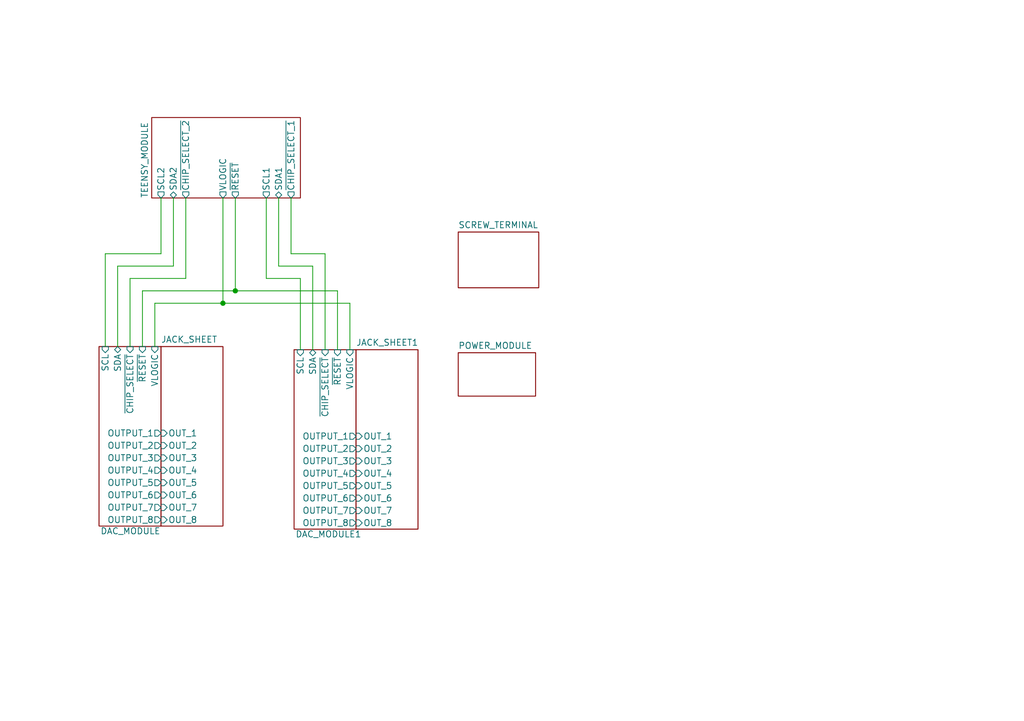
<source format=kicad_sch>
(kicad_sch
	(version 20250114)
	(generator "eeschema")
	(generator_version "9.0")
	(uuid "01709e3c-d295-4eba-a9f6-77b38e73bd4a")
	(paper "A5")
	(title_block
		(title "master_of_muppets")
		(date "localtime();")
		(rev "0.0.0")
		(company "y3i12")
	)
	(lib_symbols)
	(junction
		(at 45.72 62.23)
		(diameter 0)
		(color 0 0 0 0)
		(uuid "742d7a49-05ed-4168-855c-ce98bef88d1b")
	)
	(junction
		(at 48.26 59.69)
		(diameter 0)
		(color 0 0 0 0)
		(uuid "8c0b86e7-4305-49b5-9199-6fd24a815e62")
	)
	(wire
		(pts
			(xy 57.15 40.64) (xy 57.15 54.61)
		)
		(stroke
			(width 0)
			(type default)
		)
		(uuid "0c5ad592-8e11-4f17-9821-8606f95ef1f8")
	)
	(wire
		(pts
			(xy 45.72 62.23) (xy 31.75 62.23)
		)
		(stroke
			(width 0)
			(type default)
		)
		(uuid "0cd88707-e340-418a-b6fa-417485897359")
	)
	(wire
		(pts
			(xy 54.61 57.15) (xy 61.595 57.15)
		)
		(stroke
			(width 0)
			(type default)
		)
		(uuid "1a27621b-6cc5-4957-9d29-84731d735730")
	)
	(wire
		(pts
			(xy 38.1 40.64) (xy 38.1 57.15)
		)
		(stroke
			(width 0)
			(type default)
		)
		(uuid "1b5eaa08-b621-46e6-8b72-17d772381972")
	)
	(wire
		(pts
			(xy 54.61 40.64) (xy 54.61 57.15)
		)
		(stroke
			(width 0)
			(type default)
		)
		(uuid "22a7c69d-01f2-4fc5-89f9-992e7843a5f6")
	)
	(wire
		(pts
			(xy 33.02 52.07) (xy 21.59 52.07)
		)
		(stroke
			(width 0)
			(type default)
		)
		(uuid "235075d9-902e-4103-82f7-f1db75da0a83")
	)
	(wire
		(pts
			(xy 61.595 57.15) (xy 61.595 71.755)
		)
		(stroke
			(width 0)
			(type default)
		)
		(uuid "25c97b64-eea3-422d-8827-354f842a692b")
	)
	(wire
		(pts
			(xy 38.1 57.15) (xy 26.67 57.15)
		)
		(stroke
			(width 0)
			(type default)
		)
		(uuid "2c00f071-c87a-4ff9-aa60-4e0754601bbc")
	)
	(wire
		(pts
			(xy 48.26 59.69) (xy 29.21 59.69)
		)
		(stroke
			(width 0)
			(type default)
		)
		(uuid "2e11ccbe-e9e2-46c2-a615-b868a603f2ca")
	)
	(wire
		(pts
			(xy 71.755 62.23) (xy 45.72 62.23)
		)
		(stroke
			(width 0)
			(type default)
		)
		(uuid "3d7822c5-37e0-4bb3-899a-e714835cc183")
	)
	(wire
		(pts
			(xy 35.56 40.64) (xy 35.56 54.61)
		)
		(stroke
			(width 0)
			(type default)
		)
		(uuid "4510e7b0-bb9d-4405-9f0d-9f67a0144951")
	)
	(wire
		(pts
			(xy 48.26 40.64) (xy 48.26 59.69)
		)
		(stroke
			(width 0)
			(type default)
		)
		(uuid "4911f367-c62e-49c7-a233-26ef52e66116")
	)
	(wire
		(pts
			(xy 33.02 40.64) (xy 33.02 52.07)
		)
		(stroke
			(width 0)
			(type default)
		)
		(uuid "60973e9f-ec57-4344-9759-d155c9c99ba3")
	)
	(wire
		(pts
			(xy 45.72 40.64) (xy 45.72 62.23)
		)
		(stroke
			(width 0)
			(type default)
		)
		(uuid "7ee86b3b-2674-42f2-9017-aa4b9083ce3e")
	)
	(wire
		(pts
			(xy 71.755 71.755) (xy 71.755 62.23)
		)
		(stroke
			(width 0)
			(type default)
		)
		(uuid "8a2ed5b4-7865-4650-bdb0-7b0eb749437c")
	)
	(wire
		(pts
			(xy 21.59 52.07) (xy 21.59 71.12)
		)
		(stroke
			(width 0)
			(type default)
		)
		(uuid "96162fbc-a47b-453c-a2ba-b287aca6e768")
	)
	(wire
		(pts
			(xy 64.135 54.61) (xy 64.135 71.755)
		)
		(stroke
			(width 0)
			(type default)
		)
		(uuid "adfefe9a-e981-443a-b8ba-0d78ba23695d")
	)
	(wire
		(pts
			(xy 24.13 54.61) (xy 24.13 71.12)
		)
		(stroke
			(width 0)
			(type default)
		)
		(uuid "b3fc8112-f056-45a6-bf33-96c2f378f5c9")
	)
	(wire
		(pts
			(xy 29.21 59.69) (xy 29.21 71.12)
		)
		(stroke
			(width 0)
			(type default)
		)
		(uuid "b446b59e-90a2-4411-9678-f2c965a7fe94")
	)
	(wire
		(pts
			(xy 59.69 52.07) (xy 66.675 52.07)
		)
		(stroke
			(width 0)
			(type default)
		)
		(uuid "b8bd8c1c-3876-418c-97f4-5e0ebc6b0466")
	)
	(wire
		(pts
			(xy 69.215 59.69) (xy 48.26 59.69)
		)
		(stroke
			(width 0)
			(type default)
		)
		(uuid "bc59b165-d5b5-4248-9412-38b23e4a9e6e")
	)
	(wire
		(pts
			(xy 66.675 52.07) (xy 66.675 71.755)
		)
		(stroke
			(width 0)
			(type default)
		)
		(uuid "c61d83c0-6f78-4f9b-9fe4-274befb2c4f5")
	)
	(wire
		(pts
			(xy 59.69 40.64) (xy 59.69 52.07)
		)
		(stroke
			(width 0)
			(type default)
		)
		(uuid "c6a4ee68-1cf5-4543-bae6-a97c00d95e5c")
	)
	(wire
		(pts
			(xy 26.67 57.15) (xy 26.67 71.12)
		)
		(stroke
			(width 0)
			(type default)
		)
		(uuid "ccc922e7-a774-4f43-b1b4-0470792edabe")
	)
	(wire
		(pts
			(xy 57.15 54.61) (xy 64.135 54.61)
		)
		(stroke
			(width 0)
			(type default)
		)
		(uuid "ccfad445-a844-4bb9-b5ff-53c9660660b8")
	)
	(wire
		(pts
			(xy 69.215 71.755) (xy 69.215 59.69)
		)
		(stroke
			(width 0)
			(type default)
		)
		(uuid "e4e07b6f-2ad0-49aa-91d3-e0be8a4e3479")
	)
	(wire
		(pts
			(xy 31.75 62.23) (xy 31.75 71.12)
		)
		(stroke
			(width 0)
			(type default)
		)
		(uuid "ee991428-1552-499f-8d87-c6320484bb69")
	)
	(wire
		(pts
			(xy 35.56 54.61) (xy 24.13 54.61)
		)
		(stroke
			(width 0)
			(type default)
		)
		(uuid "fc5d1773-eaa5-4ea2-97f8-827d269d7cce")
	)
	(sheet
		(at 60.325 71.755)
		(size 12.7 36.83)
		(exclude_from_sim no)
		(in_bom yes)
		(on_board yes)
		(dnp no)
		(stroke
			(width 0.1524)
			(type solid)
		)
		(fill
			(color 0 0 0 0.0000)
		)
		(uuid "2605ff3f-ff92-4fa9-a945-25b3be4a890c")
		(property "Sheetname" "DAC_MODULE1"
			(at 60.579 110.363 0)
			(effects
				(font
					(size 1.27 1.27)
				)
				(justify left bottom)
			)
		)
		(property "Sheetfile" "dac_module/dac_module.kicad_sch"
			(at 60.325 109.1696 0)
			(effects
				(font
					(size 1.27 1.27)
				)
				(justify left top)
				(hide yes)
			)
		)
		(pin "SCL" input
			(at 61.595 71.755 90)
			(uuid "592deead-e9e0-4714-8a40-f05f55a40392")
			(effects
				(font
					(size 1.27 1.27)
				)
				(justify right)
			)
		)
		(pin "OUTPUT_6" output
			(at 73.025 102.235 0)
			(uuid "53609ece-08d3-4713-a9e2-f3680e33c03c")
			(effects
				(font
					(size 1.27 1.27)
				)
				(justify right)
			)
		)
		(pin "OUTPUT_4" output
			(at 73.025 97.155 0)
			(uuid "8d3c58a8-ccaa-43c9-9f92-822c4529dd8c")
			(effects
				(font
					(size 1.27 1.27)
				)
				(justify right)
			)
		)
		(pin "OUTPUT_5" output
			(at 73.025 99.695 0)
			(uuid "96ce83b5-57d2-4710-a7b8-8b7cd3389472")
			(effects
				(font
					(size 1.27 1.27)
				)
				(justify right)
			)
		)
		(pin "OUTPUT_2" output
			(at 73.025 92.075 0)
			(uuid "8d011b0a-d2b3-4147-a949-fa91b49c4ca8")
			(effects
				(font
					(size 1.27 1.27)
				)
				(justify right)
			)
		)
		(pin "OUTPUT_3" output
			(at 73.025 94.615 0)
			(uuid "b900bacd-1115-4888-886a-0b78b88af341")
			(effects
				(font
					(size 1.27 1.27)
				)
				(justify right)
			)
		)
		(pin "OUTPUT_8" output
			(at 73.025 107.315 0)
			(uuid "5ced87ea-bc32-4e16-aa42-261330610cb0")
			(effects
				(font
					(size 1.27 1.27)
				)
				(justify right)
			)
		)
		(pin "OUTPUT_7" output
			(at 73.025 104.775 0)
			(uuid "7d189feb-3ae1-4a13-bfb1-354172f6b1ce")
			(effects
				(font
					(size 1.27 1.27)
				)
				(justify right)
			)
		)
		(pin "OUTPUT_1" output
			(at 73.025 89.535 0)
			(uuid "1ca719aa-9d8d-4b29-8e7d-55dfb9dd2631")
			(effects
				(font
					(size 1.27 1.27)
				)
				(justify right)
			)
		)
		(pin "SDA" bidirectional
			(at 64.135 71.755 90)
			(uuid "32a75ed1-ad3b-4616-8384-6c0fa58413d8")
			(effects
				(font
					(size 1.27 1.27)
				)
				(justify right)
			)
		)
		(pin "VLOGIC" input
			(at 71.755 71.755 90)
			(uuid "443bb996-0274-486e-9823-dd281bafc5d5")
			(effects
				(font
					(size 1.27 1.27)
				)
				(justify right)
			)
		)
		(pin "~{RESET}" input
			(at 69.215 71.755 90)
			(uuid "f38abe4a-f689-4bd6-90ac-f3ea4e53baa9")
			(effects
				(font
					(size 1.27 1.27)
				)
				(justify right)
			)
		)
		(pin "~{CHIP_SELECT}" input
			(at 66.675 71.755 90)
			(uuid "0d6ad080-bea8-4a4c-a90f-8008a02e4305")
			(effects
				(font
					(size 1.27 1.27)
				)
				(justify right)
			)
		)
		(instances
			(project "master_of_muppets"
				(path "/01709e3c-d295-4eba-a9f6-77b38e73bd4a"
					(page "5")
				)
			)
		)
	)
	(sheet
		(at 93.98 72.39)
		(size 15.875 8.89)
		(exclude_from_sim no)
		(in_bom yes)
		(on_board yes)
		(dnp no)
		(fields_autoplaced yes)
		(stroke
			(width 0.1524)
			(type solid)
		)
		(fill
			(color 0 0 0 0.0000)
		)
		(uuid "5ed7dd5c-67a1-4571-a85d-9192a7cc48b9")
		(property "Sheetname" "POWER_MODULE"
			(at 93.98 71.6784 0)
			(effects
				(font
					(size 1.27 1.27)
				)
				(justify left bottom)
			)
		)
		(property "Sheetfile" "power_module/power_module.kicad_sch"
			(at 93.98 81.8646 0)
			(effects
				(font
					(size 1.27 1.27)
				)
				(justify left top)
				(hide yes)
			)
		)
		(instances
			(project "master_of_muppets"
				(path "/01709e3c-d295-4eba-a9f6-77b38e73bd4a"
					(page "27")
				)
			)
		)
	)
	(sheet
		(at 20.32 71.12)
		(size 12.7 36.83)
		(exclude_from_sim no)
		(in_bom yes)
		(on_board yes)
		(dnp no)
		(stroke
			(width 0.1524)
			(type solid)
		)
		(fill
			(color 0 0 0 0.0000)
		)
		(uuid "60709206-8158-4f80-9acc-4f76df38190b")
		(property "Sheetname" "DAC_MODULE"
			(at 20.574 109.728 0)
			(effects
				(font
					(size 1.27 1.27)
				)
				(justify left bottom)
			)
		)
		(property "Sheetfile" "dac_module/dac_module.kicad_sch"
			(at 20.32 108.5346 0)
			(effects
				(font
					(size 1.27 1.27)
				)
				(justify left top)
				(hide yes)
			)
		)
		(pin "SCL" input
			(at 21.59 71.12 90)
			(uuid "472f2968-6fb2-463a-916a-4814d65926a2")
			(effects
				(font
					(size 1.27 1.27)
				)
				(justify right)
			)
		)
		(pin "OUTPUT_6" output
			(at 33.02 101.6 0)
			(uuid "66a0c155-5de2-4dc2-9036-1b1fd380d2e6")
			(effects
				(font
					(size 1.27 1.27)
				)
				(justify right)
			)
		)
		(pin "OUTPUT_4" output
			(at 33.02 96.52 0)
			(uuid "411f4068-6750-49eb-811a-21dd0297e813")
			(effects
				(font
					(size 1.27 1.27)
				)
				(justify right)
			)
		)
		(pin "OUTPUT_5" output
			(at 33.02 99.06 0)
			(uuid "b3a7f7d2-bb76-426d-ae3f-8b231d90c72b")
			(effects
				(font
					(size 1.27 1.27)
				)
				(justify right)
			)
		)
		(pin "OUTPUT_2" output
			(at 33.02 91.44 0)
			(uuid "6f6967a1-6056-4991-b6f2-67e41385a0cb")
			(effects
				(font
					(size 1.27 1.27)
				)
				(justify right)
			)
		)
		(pin "OUTPUT_3" output
			(at 33.02 93.98 0)
			(uuid "0b5b31bf-78bf-48f8-bf45-a245a6f75459")
			(effects
				(font
					(size 1.27 1.27)
				)
				(justify right)
			)
		)
		(pin "OUTPUT_8" output
			(at 33.02 106.68 0)
			(uuid "34263b95-0f5a-4dfb-99ab-8b70bb3f2785")
			(effects
				(font
					(size 1.27 1.27)
				)
				(justify right)
			)
		)
		(pin "OUTPUT_7" output
			(at 33.02 104.14 0)
			(uuid "b1fae051-4062-4b63-8ba5-628e4e9cde71")
			(effects
				(font
					(size 1.27 1.27)
				)
				(justify right)
			)
		)
		(pin "OUTPUT_1" output
			(at 33.02 88.9 0)
			(uuid "77ff0e3e-fd75-4df3-911f-26a0bf8a166b")
			(effects
				(font
					(size 1.27 1.27)
				)
				(justify right)
			)
		)
		(pin "SDA" bidirectional
			(at 24.13 71.12 90)
			(uuid "0bb0ad7e-dddf-4746-b0de-72ac760ecf4a")
			(effects
				(font
					(size 1.27 1.27)
				)
				(justify right)
			)
		)
		(pin "VLOGIC" input
			(at 31.75 71.12 90)
			(uuid "ee81d6fa-731b-4e78-8ffc-0ada631294ec")
			(effects
				(font
					(size 1.27 1.27)
				)
				(justify right)
			)
		)
		(pin "~{RESET}" input
			(at 29.21 71.12 90)
			(uuid "2591fe5d-51a7-4054-a20f-7294831fa27a")
			(effects
				(font
					(size 1.27 1.27)
				)
				(justify right)
			)
		)
		(pin "~{CHIP_SELECT}" input
			(at 26.67 71.12 90)
			(uuid "2bdf37ec-5ec6-41c6-9b49-8fdc502a5f0d")
			(effects
				(font
					(size 1.27 1.27)
				)
				(justify right)
			)
		)
		(instances
			(project "master_of_muppets"
				(path "/01709e3c-d295-4eba-a9f6-77b38e73bd4a"
					(page "2")
				)
			)
		)
	)
	(sheet
		(at 31.115 24.13)
		(size 30.48 16.51)
		(exclude_from_sim no)
		(in_bom yes)
		(on_board yes)
		(dnp no)
		(fields_autoplaced yes)
		(stroke
			(width 0.1524)
			(type solid)
		)
		(fill
			(color 0 0 0 0.0000)
		)
		(uuid "9146edb4-d9ec-4eb9-99ec-c7182bcc31c9")
		(property "Sheetname" "TEENSY_MODULE"
			(at 30.4034 40.64 90)
			(effects
				(font
					(size 1.27 1.27)
				)
				(justify left bottom)
			)
		)
		(property "Sheetfile" "teensy_module/teensy_module.kicad_sch"
			(at 62.1796 40.64 90)
			(effects
				(font
					(size 1.27 1.27)
				)
				(justify left top)
				(hide yes)
			)
		)
		(pin "VLOGIC" output
			(at 45.72 40.64 270)
			(uuid "9dc70d51-c031-457d-ba6b-f15ccabe751c")
			(effects
				(font
					(size 1.27 1.27)
				)
				(justify left)
			)
		)
		(pin "~{CHIP_SELECT_1}" output
			(at 59.69 40.64 270)
			(uuid "e004a565-cc36-43d8-8fdd-4d51b8e66df6")
			(effects
				(font
					(size 1.27 1.27)
				)
				(justify left)
			)
		)
		(pin "~{RESET}" output
			(at 48.26 40.64 270)
			(uuid "8320b0c2-7695-4188-bf1c-801c21265d59")
			(effects
				(font
					(size 1.27 1.27)
				)
				(justify left)
			)
		)
		(pin "SDA1" bidirectional
			(at 57.15 40.64 270)
			(uuid "af5755db-d27c-4f9f-abb8-08b11ee6d97b")
			(effects
				(font
					(size 1.27 1.27)
				)
				(justify left)
			)
		)
		(pin "SCL1" output
			(at 54.61 40.64 270)
			(uuid "a25cc50a-199c-4506-9b19-9a9719467c29")
			(effects
				(font
					(size 1.27 1.27)
				)
				(justify left)
			)
		)
		(pin "SCL2" output
			(at 33.02 40.64 270)
			(uuid "89536125-f5dd-4135-bc38-ad81708b3aed")
			(effects
				(font
					(size 1.27 1.27)
				)
				(justify left)
			)
		)
		(pin "SDA2" bidirectional
			(at 35.56 40.64 270)
			(uuid "37baa1b0-0363-43a1-ab30-93a0f63052ad")
			(effects
				(font
					(size 1.27 1.27)
				)
				(justify left)
			)
		)
		(pin "~{CHIP_SELECT_2}" output
			(at 38.1 40.64 270)
			(uuid "b2cbb902-2551-40e8-a136-50a55f863659")
			(effects
				(font
					(size 1.27 1.27)
				)
				(justify left)
			)
		)
		(instances
			(project "master_of_muppets"
				(path "/01709e3c-d295-4eba-a9f6-77b38e73bd4a"
					(page "1")
				)
			)
		)
	)
	(sheet
		(at 93.98 47.625)
		(size 16.51 11.43)
		(exclude_from_sim no)
		(in_bom yes)
		(on_board yes)
		(dnp no)
		(fields_autoplaced yes)
		(stroke
			(width 0.1524)
			(type solid)
		)
		(fill
			(color 0 0 0 0.0000)
		)
		(uuid "cfd0e893-731a-4014-b9a8-26f02b45caa1")
		(property "Sheetname" "SCREW_TERMINAL"
			(at 93.98 46.9134 0)
			(effects
				(font
					(size 1.27 1.27)
				)
				(justify left bottom)
			)
		)
		(property "Sheetfile" "power_in_screw_header_module/power_in_screw_header_module.kicad_sch"
			(at 93.98 59.6396 0)
			(effects
				(font
					(size 1.27 1.27)
				)
				(justify left top)
				(hide yes)
			)
		)
		(instances
			(project "master_of_muppets"
				(path "/01709e3c-d295-4eba-a9f6-77b38e73bd4a"
					(page "28")
				)
			)
		)
	)
	(sheet
		(at 73.025 71.755)
		(size 12.7 36.83)
		(exclude_from_sim no)
		(in_bom yes)
		(on_board yes)
		(dnp no)
		(fields_autoplaced yes)
		(stroke
			(width 0.1524)
			(type solid)
		)
		(fill
			(color 0 0 0 0.0000)
		)
		(uuid "e69f2e4f-b554-4083-9f69-ae83ad0071c6")
		(property "Sheetname" "JACK_SHEET1"
			(at 73.025 71.0434 0)
			(effects
				(font
					(size 1.27 1.27)
				)
				(justify left bottom)
			)
		)
		(property "Sheetfile" "jack_sheet/jack_sheet.kicad_sch"
			(at 73.025 109.1696 0)
			(effects
				(font
					(size 1.27 1.27)
				)
				(justify left top)
				(hide yes)
			)
		)
		(pin "OUT_1" input
			(at 73.025 89.535 180)
			(uuid "8579a00d-3929-4308-abde-fb5241bb9a82")
			(effects
				(font
					(size 1.27 1.27)
				)
				(justify left)
			)
		)
		(pin "OUT_2" input
			(at 73.025 92.075 180)
			(uuid "ee582f82-d60a-4762-95a7-df99aa1a6bab")
			(effects
				(font
					(size 1.27 1.27)
				)
				(justify left)
			)
		)
		(pin "OUT_3" input
			(at 73.025 94.615 180)
			(uuid "a6682e9d-ff2f-4f9a-b3d4-b24d33595655")
			(effects
				(font
					(size 1.27 1.27)
				)
				(justify left)
			)
		)
		(pin "OUT_4" input
			(at 73.025 97.155 180)
			(uuid "b2f6a01d-e8cd-4139-b280-59549577f84a")
			(effects
				(font
					(size 1.27 1.27)
				)
				(justify left)
			)
		)
		(pin "OUT_5" input
			(at 73.025 99.695 180)
			(uuid "f3c9f0ab-92ff-4a65-bb52-a34e4e8c4a35")
			(effects
				(font
					(size 1.27 1.27)
				)
				(justify left)
			)
		)
		(pin "OUT_6" input
			(at 73.025 102.235 180)
			(uuid "12b0ccbd-ca8c-48f2-b349-998f26a9db08")
			(effects
				(font
					(size 1.27 1.27)
				)
				(justify left)
			)
		)
		(pin "OUT_7" input
			(at 73.025 104.775 180)
			(uuid "02fc1da9-3e60-4b0a-9359-5e3aa6a7eaf1")
			(effects
				(font
					(size 1.27 1.27)
				)
				(justify left)
			)
		)
		(pin "OUT_8" input
			(at 73.025 107.315 180)
			(uuid "9bad28c6-cfc6-449d-9a57-337eb7e3e918")
			(effects
				(font
					(size 1.27 1.27)
				)
				(justify left)
			)
		)
		(instances
			(project "master_of_muppets"
				(path "/01709e3c-d295-4eba-a9f6-77b38e73bd4a"
					(page "23")
				)
			)
		)
	)
	(sheet
		(at 33.02 71.12)
		(size 12.7 36.83)
		(exclude_from_sim no)
		(in_bom yes)
		(on_board yes)
		(dnp no)
		(fields_autoplaced yes)
		(stroke
			(width 0.1524)
			(type solid)
		)
		(fill
			(color 0 0 0 0.0000)
		)
		(uuid "e6c67076-e350-448f-bd1d-4e535db93c1a")
		(property "Sheetname" "JACK_SHEET"
			(at 33.02 70.4084 0)
			(effects
				(font
					(size 1.27 1.27)
				)
				(justify left bottom)
			)
		)
		(property "Sheetfile" "jack_sheet/jack_sheet.kicad_sch"
			(at 33.02 108.5346 0)
			(effects
				(font
					(size 1.27 1.27)
				)
				(justify left top)
				(hide yes)
			)
		)
		(pin "OUT_1" input
			(at 33.02 88.9 180)
			(uuid "aec88ed3-3354-480b-bf76-becbf9c04725")
			(effects
				(font
					(size 1.27 1.27)
				)
				(justify left)
			)
		)
		(pin "OUT_2" input
			(at 33.02 91.44 180)
			(uuid "b40e1ce6-b957-474c-9261-3fe8948eddb3")
			(effects
				(font
					(size 1.27 1.27)
				)
				(justify left)
			)
		)
		(pin "OUT_3" input
			(at 33.02 93.98 180)
			(uuid "526f5e1b-c4f9-4b9b-b31f-d98ca22d79fd")
			(effects
				(font
					(size 1.27 1.27)
				)
				(justify left)
			)
		)
		(pin "OUT_4" input
			(at 33.02 96.52 180)
			(uuid "a2dacc54-0586-437f-b17d-b8f91c85e427")
			(effects
				(font
					(size 1.27 1.27)
				)
				(justify left)
			)
		)
		(pin "OUT_5" input
			(at 33.02 99.06 180)
			(uuid "75bd999c-23bf-473b-8055-6723debbc2a1")
			(effects
				(font
					(size 1.27 1.27)
				)
				(justify left)
			)
		)
		(pin "OUT_6" input
			(at 33.02 101.6 180)
			(uuid "8772b28d-da5a-47c6-9214-301bc9cae972")
			(effects
				(font
					(size 1.27 1.27)
				)
				(justify left)
			)
		)
		(pin "OUT_7" input
			(at 33.02 104.14 180)
			(uuid "7dab7058-6e40-4fa6-9792-7fffeee6ef04")
			(effects
				(font
					(size 1.27 1.27)
				)
				(justify left)
			)
		)
		(pin "OUT_8" input
			(at 33.02 106.68 180)
			(uuid "29e1fb49-33e7-44af-b9b6-e62036324268")
			(effects
				(font
					(size 1.27 1.27)
				)
				(justify left)
			)
		)
		(instances
			(project "master_of_muppets"
				(path "/01709e3c-d295-4eba-a9f6-77b38e73bd4a"
					(page "25")
				)
			)
		)
	)
	(sheet_instances
		(path "/"
			(page "0")
		)
	)
	(embedded_fonts no)
)

</source>
